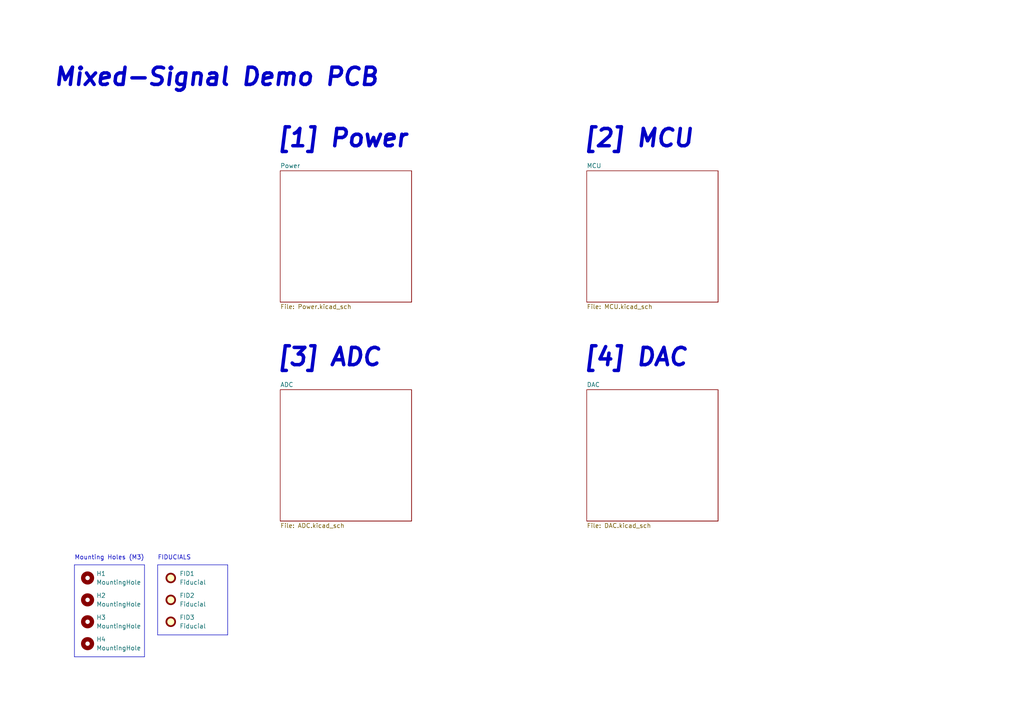
<source format=kicad_sch>
(kicad_sch (version 20230121) (generator eeschema)
  (paper "A4")
  (title_block (title "Mixed-Signal Demo PCB") (date "2022-01-04") (rev "0.1") (company "Phil's Lab"))
  (lib_symbols
    (symbol "Mechanical:Fiducial"
      (property "Reference" "FID" (at 0 5.08 0))
      (property "Value" "Fiducial" (at 0 3.175 0))
      (symbol "Fiducial_0_1"
        (circle (center 0 0) (radius 1.27) (stroke (width 0.508)) (fill (type background)))
      )
    )
    (symbol "Mechanical:MountingHole" (pin_names (offset 1.016))
      (property "Reference" "H" (at 0 5.08 0))
      (property "Value" "MountingHole" (at 0 3.175 0))
      (symbol "MountingHole_0_1"
        (circle (center 0 0) (radius 1.27) (stroke (width 1.27)))
      )
    )
  )
  (polyline (pts (xy 41.91 190.5) (xy 41.91 163.83)))
  (polyline (pts (xy 66.04 184.15) (xy 66.04 163.83)))
  (polyline (pts (xy 21.59 163.83) (xy 21.59 190.5)))
  (polyline (pts (xy 45.72 184.15) (xy 66.04 184.15)))
  (polyline (pts (xy 21.59 190.5) (xy 41.91 190.5)))
  (polyline (pts (xy 45.72 163.83) (xy 66.04 163.83)))
  (polyline (pts (xy 45.72 163.83) (xy 45.72 184.15)))
  (polyline (pts (xy 21.59 163.83) (xy 41.91 163.83)))
  (text "[4] DAC" (at 168.91 106.68 0) (effects (font (size 5.0038 5.0038) (thickness 1.0008) bold italic) (justify left bottom)))
  (text "Mixed-Signal Demo PCB" (at 15.24 25.4 0) (effects (font (size 5.0038 5.0038) (thickness 1.0008) bold italic) (justify left bottom)))
  (text "FIDUCIALS\n" (at 45.72 162.56 0) (effects (font (size 1.27 1.27)) (justify left bottom)))
  (text "[3] ADC" (at 80.01 106.68 0) (effects (font (size 5.0038 5.0038) (thickness 1.0008) bold italic) (justify left bottom)))
  (text "Mounting Holes (M3)" (at 21.59 162.56 0) (effects (font (size 1.27 1.27)) (justify left bottom)))
  (text "[2] MCU" (at 168.91 43.18 0) (effects (font (size 5.0038 5.0038) (thickness 1.0008) bold italic) (justify left bottom)))
  (text "[1] Power" (at 80.01 43.18 0) (effects (font (size 5.0038 5.0038) (thickness 1.0008) bold italic) (justify left bottom)))
  (symbol (lib_id "Mechanical:MountingHole") (at 25.4 167.64 0) (unit 1)
    (property "Reference" "H1" (at 27.94 166.3699 0) (effects (justify left)))
    (property "Value" "MountingHole" (at 27.94 168.9099 0) (effects (justify left)))
    (property "Footprint" "MountingHole:MountingHole_3.2mm_M3" (effects hide))
  )
  (symbol (lib_id "Mechanical:MountingHole") (at 25.4 180.34 0) (unit 1)
    (property "Reference" "H3" (at 27.94 179.0699 0) (effects (justify left)))
    (property "Value" "MountingHole" (at 27.94 181.6099 0) (effects (justify left)))
    (property "Footprint" "MountingHole:MountingHole_3.2mm_M3" (effects hide))
  )
  (symbol (lib_id "Mechanical:MountingHole") (at 25.4 186.69 0) (unit 1)
    (property "Reference" "H4" (at 27.94 185.4199 0) (effects (justify left)))
    (property "Value" "MountingHole" (at 27.94 187.9599 0) (effects (justify left)))
    (property "Footprint" "MountingHole:MountingHole_3.2mm_M3" (effects hide))
  )
  (symbol (lib_id "Mechanical:MountingHole") (at 25.4 173.99 0) (unit 1)
    (property "Reference" "H2" (at 27.94 172.7199 0) (effects (justify left)))
    (property "Value" "MountingHole" (at 27.94 175.2599 0) (effects (justify left)))
    (property "Footprint" "MountingHole:MountingHole_3.2mm_M3" (effects hide))
  )
  (symbol (lib_id "Mechanical:Fiducial") (at 49.53 173.99 0) (unit 1)
    (property "Reference" "FID2" (at 52.07 172.72 0) (effects (justify left)))
    (property "Value" "Fiducial" (at 52.07 175.26 0) (effects (justify left)))
    (property "Footprint" "Fiducial:Fiducial_1mm_Mask2mm" (effects hide))
  )
  (symbol (lib_id "Mechanical:Fiducial") (at 49.53 180.34 0) (unit 1)
    (property "Reference" "FID3" (at 52.07 179.07 0) (effects (justify left)))
    (property "Value" "Fiducial" (at 52.07 181.61 0) (effects (justify left)))
    (property "Footprint" "Fiducial:Fiducial_1mm_Mask2mm" (effects hide))
  )
  (symbol (lib_id "Mechanical:Fiducial") (at 49.53 167.64 0) (unit 1)
    (property "Reference" "FID1" (at 52.07 166.37 0) (effects (justify left)))
    (property "Value" "Fiducial" (at 52.07 168.91 0) (effects (justify left)))
    (property "Footprint" "Fiducial:Fiducial_1mm_Mask2mm" (effects hide))
  )
  (sheet (at 81.28 49.53) (size 38.1 38.1)
    (property "Sheetname" "Power" (at 81.28 48.8184 0) (effects (justify left bottom)))
    (property "Sheetfile" "Power.kicad_sch" (at 81.28 88.2146 0) (effects (justify left top)))
  )
  (sheet (at 170.18 49.53) (size 38.1 38.1)
    (property "Sheetname" "MCU" (at 170.18 48.8184 0) (effects (justify left bottom)))
    (property "Sheetfile" "MCU.kicad_sch" (at 170.18 88.2146 0) (effects (justify left top)))
  )
  (sheet (at 81.28 113.03) (size 38.1 38.1)
    (property "Sheetname" "ADC" (at 81.28 112.3184 0) (effects (justify left bottom)))
    (property "Sheetfile" "ADC.kicad_sch" (at 81.28 151.7146 0) (effects (justify left top)))
  )
  (sheet (at 170.18 113.03) (size 38.1 38.1)
    (property "Sheetname" "DAC" (at 170.18 112.3184 0) (effects (justify left bottom)))
    (property "Sheetfile" "DAC.kicad_sch" (at 170.18 151.7146 0) (effects (justify left top)))
  )
)
</source>
